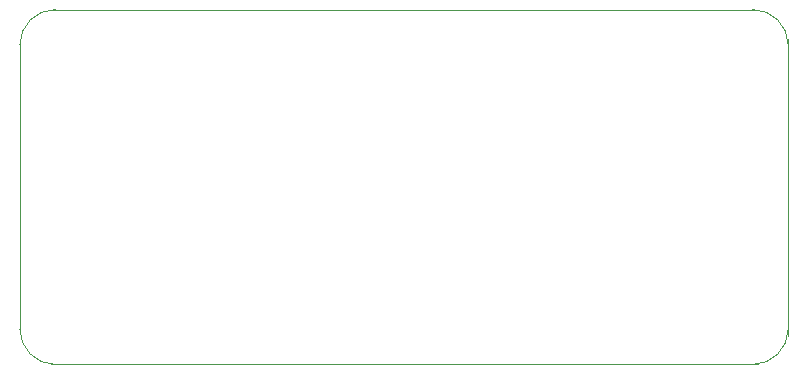
<source format=gbr>
%FSLAX34Y34*%
%MOMM*%
%LNOUTLINE*%
G71*
G01*
%ADD10C, 0.10*%
%LPD*%
G54D10*
G75*
G01X13284Y718381D02*
G03X43284Y688381I30000J0D01*
G01*
G54D10*
G75*
G01X43259Y988850D02*
G03X13259Y958850I0J-30000D01*
G01*
G54D10*
G75*
G01X663809Y958850D02*
G03X633809Y988850I-30000J0D01*
G01*
G54D10*
G75*
G01X633775Y688322D02*
G03X663775Y718322I0J30000D01*
G01*
G54D10*
X13494Y963216D02*
X13494Y714772D01*
G54D10*
X39291Y688578D02*
X638175Y688578D01*
G54D10*
X663575Y712788D02*
X663575Y963612D01*
G54D10*
X638175Y988616D02*
X38894Y988616D01*
M02*

</source>
